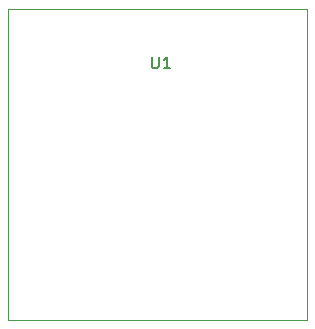
<source format=gbo>
%TF.GenerationSoftware,KiCad,Pcbnew,7.0.7*%
%TF.CreationDate,2023-09-28T15:49:41-05:00*%
%TF.ProjectId,iowa-rover-kiosk-rfid,696f7761-2d72-46f7-9665-722d6b696f73,rev?*%
%TF.SameCoordinates,Original*%
%TF.FileFunction,Legend,Bot*%
%TF.FilePolarity,Positive*%
%FSLAX46Y46*%
G04 Gerber Fmt 4.6, Leading zero omitted, Abs format (unit mm)*
G04 Created by KiCad (PCBNEW 7.0.7) date 2023-09-28 15:49:41*
%MOMM*%
%LPD*%
G01*
G04 APERTURE LIST*
G04 Aperture macros list*
%AMRoundRect*
0 Rectangle with rounded corners*
0 $1 Rounding radius*
0 $2 $3 $4 $5 $6 $7 $8 $9 X,Y pos of 4 corners*
0 Add a 4 corners polygon primitive as box body*
4,1,4,$2,$3,$4,$5,$6,$7,$8,$9,$2,$3,0*
0 Add four circle primitives for the rounded corners*
1,1,$1+$1,$2,$3*
1,1,$1+$1,$4,$5*
1,1,$1+$1,$6,$7*
1,1,$1+$1,$8,$9*
0 Add four rect primitives between the rounded corners*
20,1,$1+$1,$2,$3,$4,$5,0*
20,1,$1+$1,$4,$5,$6,$7,0*
20,1,$1+$1,$6,$7,$8,$9,0*
20,1,$1+$1,$8,$9,$2,$3,0*%
G04 Aperture macros list end*
%ADD10C,0.150000*%
%ADD11C,0.120000*%
%ADD12C,2.500000*%
%ADD13RoundRect,0.250000X-0.845000X0.620000X-0.845000X-0.620000X0.845000X-0.620000X0.845000X0.620000X0*%
%ADD14O,2.190000X1.740000*%
%ADD15C,1.524000*%
%ADD16C,1.600000*%
%ADD17O,1.600000X1.600000*%
%ADD18R,1.800000X1.800000*%
%ADD19C,1.800000*%
%ADD20RoundRect,0.250000X0.845000X-0.620000X0.845000X0.620000X-0.845000X0.620000X-0.845000X-0.620000X0*%
%ADD21R,1.600000X1.600000*%
G04 APERTURE END LIST*
D10*
X118618095Y-49619819D02*
X118618095Y-50429342D01*
X118618095Y-50429342D02*
X118665714Y-50524580D01*
X118665714Y-50524580D02*
X118713333Y-50572200D01*
X118713333Y-50572200D02*
X118808571Y-50619819D01*
X118808571Y-50619819D02*
X118999047Y-50619819D01*
X118999047Y-50619819D02*
X119094285Y-50572200D01*
X119094285Y-50572200D02*
X119141904Y-50524580D01*
X119141904Y-50524580D02*
X119189523Y-50429342D01*
X119189523Y-50429342D02*
X119189523Y-49619819D01*
X120189523Y-50619819D02*
X119618095Y-50619819D01*
X119903809Y-50619819D02*
X119903809Y-49619819D01*
X119903809Y-49619819D02*
X119808571Y-49762676D01*
X119808571Y-49762676D02*
X119713333Y-49857914D01*
X119713333Y-49857914D02*
X119618095Y-49905533D01*
D11*
%TO.C,U1*%
X106465000Y-45565000D02*
X106465000Y-71965000D01*
X106465000Y-71965000D02*
X111465000Y-71965000D01*
X111465000Y-71965000D02*
X131765000Y-71965000D01*
X131765000Y-45565000D02*
X106465000Y-45565000D01*
X131765000Y-71965000D02*
X131765000Y-45565000D01*
%TD*%
%LPC*%
D12*
%TO.C,REF\u002A\u002A*%
X135255000Y-72390000D03*
%TD*%
%TO.C,REF\u002A\u002A*%
X102870000Y-72390000D03*
%TD*%
%TO.C,REF\u002A\u002A*%
X102870000Y-31750000D03*
%TD*%
%TO.C,REF\u002A\u002A*%
X135255000Y-31750000D03*
%TD*%
D13*
%TO.C,J1*%
X102850000Y-50665000D03*
D14*
X102850000Y-53205000D03*
X102850000Y-55745000D03*
X102850000Y-58285000D03*
%TD*%
D15*
%TO.C,U1*%
X111465000Y-55665000D03*
X111465000Y-57665000D03*
X111465000Y-59665000D03*
X111465000Y-61665000D03*
X111465000Y-63665000D03*
X126465000Y-63665000D03*
X126465000Y-61665000D03*
X126465000Y-59665000D03*
X126465000Y-57665000D03*
X126465000Y-55665000D03*
X126465000Y-51665000D03*
%TD*%
D16*
%TO.C,R1*%
X110490000Y-33020000D03*
D17*
X110490000Y-43180000D03*
%TD*%
D18*
%TO.C,D1*%
X106680000Y-43180000D03*
D19*
X106680000Y-40640000D03*
%TD*%
D20*
%TO.C,J2*%
X135255000Y-58285000D03*
D14*
X135255000Y-55745000D03*
X135255000Y-53205000D03*
X135255000Y-50665000D03*
%TD*%
D21*
%TO.C,U2*%
X130815000Y-35570000D03*
D17*
X128275000Y-35570000D03*
X125735000Y-35570000D03*
X123195000Y-35570000D03*
X120655000Y-35570000D03*
X118115000Y-35570000D03*
X115575000Y-35570000D03*
X115575000Y-43190000D03*
X118115000Y-43190000D03*
X120655000Y-43190000D03*
X123195000Y-43190000D03*
X125735000Y-43190000D03*
X128275000Y-43190000D03*
X130815000Y-43190000D03*
%TD*%
%LPD*%
M02*

</source>
